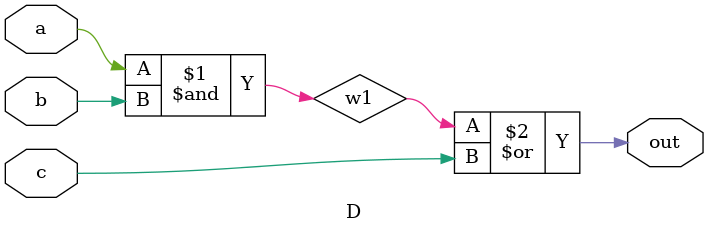
<source format=v>
module D (out, a, b, c);
    input a, b, c;
    output out;

    wire w1;

    and #5 a1 (w1, a, b);
    or #4 o1 (out, w1, c);
endmodule
</source>
